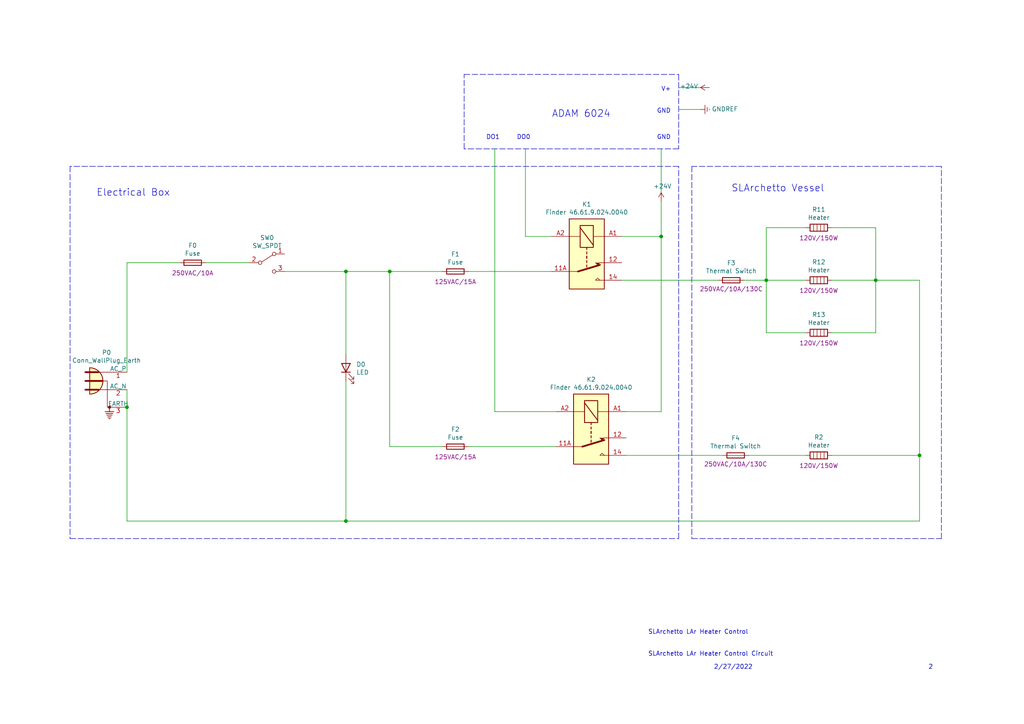
<source format=kicad_sch>
(kicad_sch (version 20211123) (generator eeschema)
  (paper "A4")
  (lib_symbols
    (symbol "Connector:Conn_WallPlug_Earth" (pin_names (offset 0))
      (property "Reference" "P" (at 0 3.81 0))
      (property "Value" "Conn_WallPlug_Earth" (at -5.08 0 90))
      (symbol "Conn_WallPlug_Earth_0_1"
        (arc (start -3.175 -3.81) (mid 0.635 0) (end -3.175 3.81) (stroke (width 0.254)) (fill (type background)))
        (polyline (pts (xy -4.445 -2.54) (xy -0.635 -2.54)) (stroke (width 0.508)))
        (polyline (pts (xy -4.445 0) (xy 0.508 0)) (stroke (width 0.508)))
        (polyline (pts (xy -4.445 2.54) (xy -0.635 2.54)) (stroke (width 0.508)))
        (polyline (pts (xy -3.175 -3.81) (xy -3.175 3.81)) (stroke (width 0.254)))
        (polyline (pts (xy -0.635 -2.54) (xy 2.54 -2.54)))
        (polyline (pts (xy -0.635 2.54) (xy 2.54 2.54)))
        (polyline (pts (xy 1.524 -9.398) (xy 3.556 -9.398)) (stroke (width 0.2032)))
        (polyline (pts (xy 1.778 -9.906) (xy 3.302 -9.906)) (stroke (width 0.2032)))
        (polyline (pts (xy 2.032 -10.414) (xy 3.048 -10.414)) (stroke (width 0.2032)))
        (polyline (pts (xy 2.286 -10.922) (xy 2.794 -10.922)) (stroke (width 0.2032)))
        (polyline (pts (xy 2.54 -7.62) (xy 2.54 -8.89)) (stroke (width 0.2032)))
        (polyline (pts (xy 3.81 -8.89) (xy 1.27 -8.89)) (stroke (width 0.2032)))
        (polyline (pts (xy 2.54 -7.62) (xy 1.905 -7.62) (xy 1.905 0) (xy -4.445 0)))
        (circle (center 2.54 -7.62) (radius 0.3556) (fill (type outline)))
      )
      (symbol "Conn_WallPlug_Earth_1_1"
        (pin power_out line (at 7.62 2.54 180) (length 5.08) (name "AC_P") (number "1"))
        (pin power_out line (at 7.62 -2.54 180) (length 5.08) (name "AC_N") (number "2"))
        (pin passive line (at 7.62 -7.62 180) (length 5.08) (name "EARTH") (number "3"))
      )
    )
    (symbol "Device:Fuse" (pin_numbers hide) (pin_names (offset 0))
      (property "Reference" "F" (at 2.032 0 90))
      (property "Value" "Fuse" (at -1.905 0 90))
      (symbol "Fuse_0_1"
        (rectangle (start -0.762 -2.54) (end 0.762 2.54) (stroke (width 0.254)))
        (polyline (pts (xy 0 2.54) (xy 0 -2.54)))
      )
      (symbol "Fuse_1_1"
        (pin passive line (at 0 3.81 270) (length 1.27) (name "~") (number "1"))
        (pin passive line (at 0 -3.81 90) (length 1.27) (name "~") (number "2"))
      )
    )
    (symbol "Device:Heater" (pin_numbers hide) (pin_names (offset 0))
      (property "Reference" "R" (at 2.032 0 90))
      (property "Value" "Heater" (at -2.032 0 90))
      (symbol "Heater_0_1"
        (rectangle (start -1.016 -2.54) (end 1.016 2.54) (stroke (width 0.254)))
        (polyline (pts (xy -1.016 1.524) (xy 1.016 1.524)))
        (polyline (pts (xy 1.016 -1.524) (xy -1.016 -1.524)))
        (polyline (pts (xy 1.016 -0.508) (xy -1.016 -0.508)))
        (polyline (pts (xy 1.016 0.508) (xy -1.016 0.508)))
      )
      (symbol "Heater_1_1"
        (pin passive line (at 0 3.81 270) (length 1.27) (name "~") (number "1"))
        (pin passive line (at 0 -3.81 90) (length 1.27) (name "~") (number "2"))
      )
    )
    (symbol "Device:LED" (pin_numbers hide) (pin_names (offset 1.016) hide)
      (property "Reference" "D" (at 0 2.54 0))
      (property "Value" "LED" (at 0 -2.54 0))
      (symbol "LED_0_1"
        (polyline (pts (xy -1.27 -1.27) (xy -1.27 1.27)) (stroke (width 0.254)))
        (polyline (pts (xy -1.27 0) (xy 1.27 0)))
        (polyline (pts (xy 1.27 -1.27) (xy 1.27 1.27) (xy -1.27 0) (xy 1.27 -1.27)) (stroke (width 0.254)))
        (polyline (pts (xy -3.048 -0.762) (xy -4.572 -2.286) (xy -3.81 -2.286) (xy -4.572 -2.286) (xy -4.572 -1.524)))
        (polyline (pts (xy -1.778 -0.762) (xy -3.302 -2.286) (xy -2.54 -2.286) (xy -3.302 -2.286) (xy -3.302 -1.524)))
      )
      (symbol "LED_1_1"
        (pin passive line (at -3.81 0 0) (length 2.54) (name "K") (number "1"))
        (pin passive line (at 3.81 0 180) (length 2.54) (name "A") (number "2"))
      )
    )
    (symbol "Relay:RAYEX-L90"
      (property "Reference" "K" (at 11.43 3.81 0))
      (property "Value" "RAYEX-L90" (at 11.43 1.27 0))
      (symbol "RAYEX-L90_1_0"
        (polyline (pts (xy 2.54 3.81) (xy 2.54 5.08)))
        (polyline (pts (xy 7.62 3.81) (xy 7.62 5.08)))
        (polyline (pts (xy 7.62 3.81) (xy 7.62 2.54) (xy 6.985 3.175) (xy 7.62 3.81)))
      )
      (symbol "RAYEX-L90_1_1"
        (rectangle (start -10.16 5.08) (end 10.16 -5.08) (stroke (width 0.254)) (fill (type background)))
        (rectangle (start -8.255 1.905) (end -1.905 -1.905) (stroke (width 0.254)))
        (polyline (pts (xy -7.62 -1.905) (xy -2.54 1.905)) (stroke (width 0.254)))
        (polyline (pts (xy -5.08 -5.08) (xy -5.08 -1.905)))
        (polyline (pts (xy -5.08 5.08) (xy -5.08 1.905)))
        (polyline (pts (xy -1.905 0) (xy -1.27 0)) (stroke (width 0.254)))
        (polyline (pts (xy -0.635 0) (xy 0 0)) (stroke (width 0.254)))
        (polyline (pts (xy 0.635 0) (xy 1.27 0)) (stroke (width 0.254)))
        (polyline (pts (xy 0.635 0) (xy 1.27 0)) (stroke (width 0.254)))
        (polyline (pts (xy 1.905 0) (xy 2.54 0)) (stroke (width 0.254)))
        (polyline (pts (xy 3.175 0) (xy 3.81 0)) (stroke (width 0.254)))
        (polyline (pts (xy 5.08 -2.54) (xy 3.175 3.81)) (stroke (width 0.508)))
        (polyline (pts (xy 5.08 -2.54) (xy 5.08 -5.08)))
        (polyline (pts (xy 2.54 2.54) (xy 3.175 3.175) (xy 2.54 3.81)) (fill (type outline)))
        (pin passive line (at 5.08 -10.16 90) (length 5.08) (name "~") (number "11A"))
        (pin passive line (at 5.08 -10.16 90) (length 5.08) hide (name "~") (number "11B"))
        (pin passive line (at 2.54 10.16 270) (length 5.08) (name "~") (number "12"))
        (pin passive line (at 7.62 10.16 270) (length 5.08) (name "~") (number "14"))
        (pin passive line (at -5.08 10.16 270) (length 5.08) (name "~") (number "A1"))
        (pin passive line (at -5.08 -10.16 90) (length 5.08) (name "~") (number "A2"))
      )
    )
    (symbol "Switch:SW_SPDT" (pin_names (offset 0) hide)
      (property "Reference" "SW" (at 0 4.318 0))
      (property "Value" "SW_SPDT" (at 0 -5.08 0))
      (symbol "SW_SPDT_0_0"
        (circle (center -2.032 0) (radius 0.508))
        (circle (center 2.032 -2.54) (radius 0.508))
      )
      (symbol "SW_SPDT_0_1"
        (polyline (pts (xy -1.524 0.254) (xy 1.651 2.286)))
        (circle (center 2.032 2.54) (radius 0.508))
      )
      (symbol "SW_SPDT_1_1"
        (pin passive line (at 5.08 2.54 180) (length 2.54) (name "A") (number "1"))
        (pin passive line (at -5.08 0 0) (length 2.54) (name "B") (number "2"))
        (pin passive line (at 5.08 -2.54 180) (length 2.54) (name "C") (number "3"))
      )
    )
    (symbol "power:+24V" (power) (pin_names (offset 0))
      (property "Value" "+24V" (at 0 3.556 0))
      (symbol "+24V_0_1"
        (polyline (pts (xy -0.762 1.27) (xy 0 2.54)))
        (polyline (pts (xy 0 0) (xy 0 2.54)))
        (polyline (pts (xy 0 2.54) (xy 0.762 1.27)))
      )
      (symbol "+24V_1_1"
        (pin power_in line (at 0 0 90) (length 0) hide (name "+24V") (number "1"))
      )
    )
    (symbol "power:GNDREF" (power) (pin_names (offset 0))
      (property "Value" "GNDREF" (at 0 -3.81 0))
      (symbol "GNDREF_0_1"
        (polyline (pts (xy -0.635 -1.905) (xy 0.635 -1.905)))
        (polyline (pts (xy -0.127 -2.54) (xy 0.127 -2.54)))
        (polyline (pts (xy 0 -1.27) (xy 0 0)))
        (polyline (pts (xy 1.27 -1.27) (xy -1.27 -1.27)))
      )
      (symbol "GNDREF_1_1"
        (pin power_in line (at 0 0 270) (length 0) hide (name "GNDREF") (number "1"))
      )
    )
  )
  (junction (at 266.7 132.08))
  (junction (at 36.83 118.11))
  (junction (at 100.33 151.13))
  (junction (at 191.77 68.58))
  (junction (at 113.03 78.74))
  (junction (at 254 81.28))
  (junction (at 222.25 81.28))
  (junction (at 100.33 78.74))
  (wire (pts (xy 222.25 81.28) (xy 222.25 96.52)))
  (wire (pts (xy 254 96.52) (xy 241.3 96.52)))
  (wire (pts (xy 100.33 110.49) (xy 100.33 151.13)))
  (wire (pts (xy 217.17 132.08) (xy 233.68 132.08)))
  (wire (pts (xy 181.61 132.08) (xy 209.55 132.08)))
  (wire (pts (xy 181.61 119.38) (xy 191.77 119.38)))
  (polyline (pts (xy 20.32 48.26) (xy 20.32 156.21)))
  (polyline (pts (xy 196.85 43.18) (xy 134.62 43.18)))
  (wire (pts (xy 59.69 76.2) (xy 72.39 76.2)))
  (wire (pts (xy 254 66.04) (xy 254 81.28)))
  (wire (pts (xy 191.77 43.18) (xy 191.77 55.88)))
  (wire (pts (xy 135.89 129.54) (xy 161.29 129.54)))
  (wire (pts (xy 222.25 96.52) (xy 233.68 96.52)))
  (wire (pts (xy 266.7 132.08) (xy 266.7 151.13)))
  (wire (pts (xy 113.03 78.74) (xy 128.27 78.74)))
  (wire (pts (xy 241.3 132.08) (xy 266.7 132.08)))
  (wire (pts (xy 203.2 25.4) (xy 196.85 25.4)))
  (polyline (pts (xy 134.62 43.18) (xy 134.62 21.59)))
  (wire (pts (xy 36.83 76.2) (xy 52.07 76.2)))
  (wire (pts (xy 100.33 78.74) (xy 113.03 78.74)))
  (wire (pts (xy 152.4 68.58) (xy 160.02 68.58)))
  (wire (pts (xy 215.9 81.28) (xy 222.25 81.28)))
  (wire (pts (xy 100.33 102.87) (xy 100.33 78.74)))
  (wire (pts (xy 233.68 66.04) (xy 222.25 66.04)))
  (polyline (pts (xy 196.85 48.26) (xy 20.32 48.26)))
  (wire (pts (xy 113.03 78.74) (xy 113.03 129.54)))
  (polyline (pts (xy 134.62 21.59) (xy 196.85 21.59)))
  (wire (pts (xy 36.83 151.13) (xy 100.33 151.13)))
  (wire (pts (xy 152.4 43.18) (xy 152.4 68.58)))
  (polyline (pts (xy 196.85 156.21) (xy 196.85 48.26)))
  (wire (pts (xy 222.25 66.04) (xy 222.25 81.28)))
  (wire (pts (xy 254 81.28) (xy 266.7 81.28)))
  (wire (pts (xy 241.3 66.04) (xy 254 66.04)))
  (wire (pts (xy 241.3 81.28) (xy 254 81.28)))
  (polyline (pts (xy 200.66 48.26) (xy 200.66 156.21)))
  (wire (pts (xy 143.51 119.38) (xy 161.29 119.38)))
  (wire (pts (xy 135.89 78.74) (xy 160.02 78.74)))
  (wire (pts (xy 36.83 118.11) (xy 36.83 151.13)))
  (wire (pts (xy 180.34 81.28) (xy 208.28 81.28)))
  (wire (pts (xy 100.33 151.13) (xy 266.7 151.13)))
  (polyline (pts (xy 273.05 156.21) (xy 273.05 48.26)))
  (polyline (pts (xy 196.85 21.59) (xy 196.85 43.18)))
  (polyline (pts (xy 20.32 156.21) (xy 196.85 156.21)))
  (wire (pts (xy 191.77 119.38) (xy 191.77 68.58)))
  (wire (pts (xy 191.77 68.58) (xy 191.77 58.42)))
  (wire (pts (xy 36.83 113.03) (xy 36.83 118.11)))
  (polyline (pts (xy 200.66 156.21) (xy 273.05 156.21)))
  (wire (pts (xy 180.34 68.58) (xy 191.77 68.58)))
  (wire (pts (xy 266.7 81.28) (xy 266.7 132.08)))
  (polyline (pts (xy 273.05 48.26) (xy 200.66 48.26)))
  (wire (pts (xy 36.83 76.2) (xy 36.83 107.95)))
  (wire (pts (xy 143.51 43.18) (xy 143.51 119.38)))
  (wire (pts (xy 113.03 129.54) (xy 128.27 129.54)))
  (wire (pts (xy 82.55 78.74) (xy 100.33 78.74)))
  (wire (pts (xy 254 81.28) (xy 254 96.52)))
  (wire (pts (xy 203.2 31.75) (xy 196.85 31.75)))
  (wire (pts (xy 222.25 81.28) (xy 233.68 81.28)))
  (text "2\n" (at 269.24 194.31 0) (effects (font (size 1.27 1.27)) (justify left bottom)))
  (text "ADAM 6024" (at 160.02 34.29 0) (effects (font (size 2.0066 2.0066)) (justify left bottom)))
  (text "SLArchetto Vessel" (at 212.09 55.88 0) (effects (font (size 2.0066 2.0066)) (justify left bottom)))
  (text "DO1" (at 140.97 40.64 0) (effects (font (size 1.27 1.27)) (justify left bottom)))
  (text "GND" (at 190.5 33.02 0) (effects (font (size 1.27 1.27)) (justify left bottom)))
  (text "SLArchetto LAr Heater Control Circuit" (at 187.96 190.5 0) (effects (font (size 1.27 1.27)) (justify left bottom)))
  (text "2/27/2022" (at 207.01 194.31 0) (effects (font (size 1.27 1.27)) (justify left bottom)))
  (text "DO0" (at 149.86 40.64 0) (effects (font (size 1.27 1.27)) (justify left bottom)))
  (text "GND" (at 190.5 40.64 0) (effects (font (size 1.27 1.27)) (justify left bottom)))
  (text "Electrical Box" (at 27.94 57.15 0) (effects (font (size 2.0066 2.0066)) (justify left bottom)))
  (text "SLArchetto LAr Heater Control" (at 187.96 184.15 0) (effects (font (size 1.27 1.27)) (justify left bottom)))
  (text "V+" (at 191.77 26.67 0) (effects (font (size 1.27 1.27)) (justify left bottom)))
  (symbol (lib_id "Device:Fuse") (at 55.88 76.2 270) (unit 1)
    (property "Reference" "F0" (at 55.88 71.1962 90))
    (property "Value" "Fuse" (at 55.88 73.5076 90))
    (property "Datasheet" "250VAC/10A" (at 55.88 79.1972 90))
    (property "Spice_Primitive" "I" (effects hide))
    (property "Spice_Model" "ac 250" (effects hide))
    (property "Spice_Netlist_Enabled" "Y" (effects hide))
  )
  (symbol (lib_id "Relay:RAYEX-L90") (at 170.18 73.66 270) (unit 1)
    (property "Reference" "K1" (at 170.18 59.2582 90))
    (property "Value" "Finder 46.61.9.024.0040" (at 170.18 61.5696 90))
    (property "Footprint" "Relay_THT:Relay_SPDT_RAYEX-L90" (effects hide))
    (property "Datasheet" "https://a3.sofastcdn.com/attachment/7jioKBjnRiiSrjrjknRiwS77gwbf3zmp/L90-SERIES.pdf" (effects hide))
  )
  (symbol (lib_id "Relay:RAYEX-L90") (at 171.45 124.46 270) (unit 1)
    (property "Reference" "K2" (at 171.45 110.0582 90))
    (property "Value" "Finder 46.61.9.024.0040" (at 171.45 112.3696 90))
    (property "Footprint" "Relay_THT:Relay_SPDT_RAYEX-L90" (effects hide))
    (property "Datasheet" "https://a3.sofastcdn.com/attachment/7jioKBjnRiiSrjrjknRiwS77gwbf3zmp/L90-SERIES.pdf" (effects hide))
  )
  (symbol (lib_id "Device:Fuse") (at 132.08 78.74 270) (unit 1)
    (property "Reference" "F1" (at 132.08 73.7362 90))
    (property "Value" "Fuse" (at 132.08 76.0476 90))
    (property "Datasheet" "125VAC/15A" (at 132.08 81.7372 90))
  )
  (symbol (lib_id "Device:Heater") (at 237.49 66.04 270) (unit 1)
    (property "Reference" "R11" (at 237.49 60.7822 90))
    (property "Value" "Heater" (at 237.49 63.0936 90))
    (property "Datasheet" "120V/150W" (at 237.49 69.0372 90))
  )
  (symbol (lib_id "Device:Fuse") (at 132.08 129.54 270) (unit 1)
    (property "Reference" "F2" (at 132.08 124.5362 90))
    (property "Value" "Fuse" (at 132.08 126.8476 90))
    (property "Datasheet" "125VAC/15A" (at 132.08 132.5372 90))
  )
  (symbol (lib_id "Device:Heater") (at 237.49 96.52 270) (unit 1)
    (property "Reference" "R13" (at 237.49 91.2622 90))
    (property "Value" "Heater" (at 237.49 93.5736 90))
    (property "Datasheet" "120V/150W" (at 237.49 99.5172 90))
  )
  (symbol (lib_id "Switch:SW_SPDT") (at 77.47 76.2 0) (unit 1)
    (property "Reference" "SW0" (at 77.47 68.961 0))
    (property "Value" "SW_SPDT" (at 77.47 71.2724 0))
  )
  (symbol (lib_id "Device:Heater") (at 237.49 81.28 270) (unit 1)
    (property "Reference" "R12" (at 237.49 76.0222 90))
    (property "Value" "Heater" (at 237.49 78.3336 90))
    (property "Datasheet" "120V/150W" (at 237.49 84.2772 90))
  )
  (symbol (lib_id "Device:Heater") (at 237.49 132.08 270) (unit 1)
    (property "Reference" "R2" (at 237.49 126.8222 90))
    (property "Value" "Heater" (at 237.49 129.1336 90))
    (property "Datasheet" "120V/150W" (at 237.49 135.0772 90))
  )
  (symbol (lib_id "Device:LED") (at 100.33 106.68 90) (unit 1)
    (property "Reference" "D0" (at 103.3272 105.6894 90) (effects (justify right)))
    (property "Value" "LED" (at 103.3272 108.0008 90) (effects (justify right)))
  )
  (symbol (lib_id "Connector:Conn_WallPlug_Earth") (at 29.21 110.49 0) (unit 1)
    (property "Reference" "P0" (at 30.9118 102.235 0))
    (property "Value" "Conn_WallPlug_Earth" (at 30.9118 104.5464 0))
  )
  (symbol (lib_id "power:+24V") (at 191.77 58.42 0) (unit 1)
    (property "Reference" "#PWR?" (effects hide))
    (property "Value" "+24V" (at 192.151 54.0258 0))
  )
  (symbol (lib_id "Device:Fuse") (at 212.09 81.28 270) (unit 1)
    (property "Reference" "F3" (at 212.09 76.2762 90))
    (property "Value" "Thermal Switch" (at 212.09 78.5876 90))
    (property "Datasheet" "250VAC/10A/130C" (at 212.09 83.82 90))
  )
  (symbol (lib_id "Device:Fuse") (at 213.36 132.08 270) (unit 1)
    (property "Reference" "F4" (at 213.36 127.0762 90))
    (property "Value" "Thermal Switch" (at 213.36 129.3876 90))
    (property "Datasheet" "250VAC/10A/130C" (at 213.36 134.62 90))
  )
  (symbol (lib_id "power:+24V") (at 205.74 25.4 90) (unit 1)
    (property "Reference" "#PWR?" (effects hide))
    (property "Value" "+24V" (at 202.4888 25.019 90) (effects (justify left)))
  )
  (symbol (lib_id "power:GNDREF") (at 203.2 31.75 90) (unit 1)
    (property "Reference" "#PWR?" (effects hide))
    (property "Value" "GNDREF" (at 206.4512 31.623 90) (effects (justify right)))
  )
)
</source>
